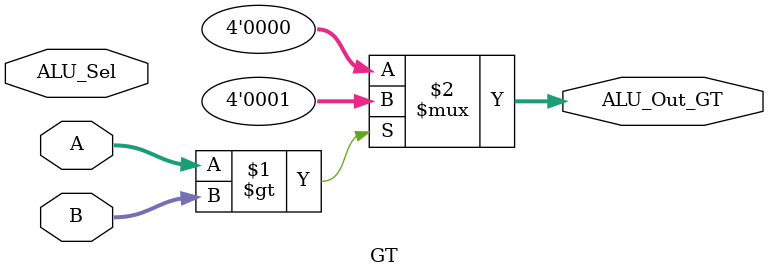
<source format=v>
module GT(output [3:0] ALU_Out_GT,input [3:0] A, input [3:0] B,input [3:0] ALU_Sel);
assign ALU_Out_GT = (A>B)?4'd1:4'd0 ;
endmodule

</source>
